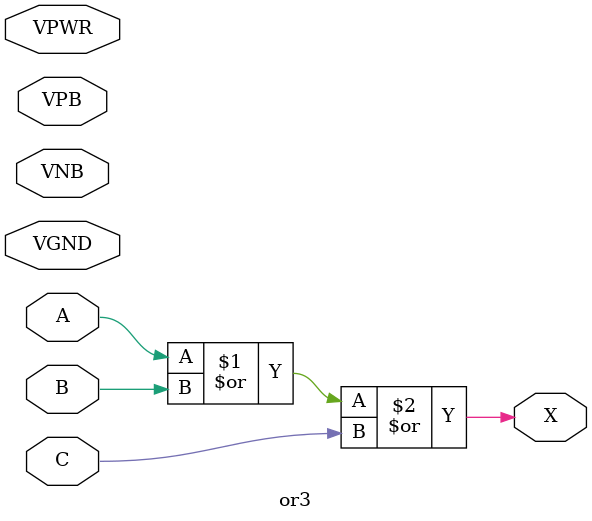
<source format=v>
module or3 (
    input  A   ,
    input  B   ,
    input  C   ,
    output X   ,
    input  VPB ,
    input  VPWR,
    input  VGND,
    input  VNB
);
    assign X = A | B | C;
endmodule
</source>
